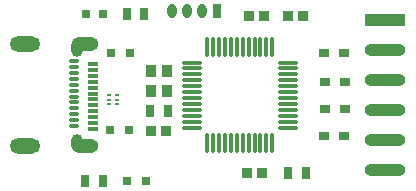
<source format=gbr>
G04*
G04 #@! TF.GenerationSoftware,Altium Limited,Altium Designer,23.1.1 (15)*
G04*
G04 Layer_Color=255*
%FSLAX25Y25*%
%MOIN*%
G70*
G04*
G04 #@! TF.SameCoordinates,1495F0C7-D67D-4403-963C-54D1E027F531*
G04*
G04*
G04 #@! TF.FilePolarity,Positive*
G04*
G01*
G75*
%ADD17O,0.13780X0.04016*%
%ADD18R,0.13780X0.04016*%
%ADD19R,0.03150X0.03150*%
%ADD20R,0.03150X0.03937*%
G04:AMPARAMS|DCode=21|XSize=7.87mil|YSize=16.54mil|CornerRadius=1.97mil|HoleSize=0mil|Usage=FLASHONLY|Rotation=270.000|XOffset=0mil|YOffset=0mil|HoleType=Round|Shape=RoundedRectangle|*
%AMROUNDEDRECTD21*
21,1,0.00787,0.01260,0,0,270.0*
21,1,0.00394,0.01654,0,0,270.0*
1,1,0.00394,-0.00630,-0.00197*
1,1,0.00394,-0.00630,0.00197*
1,1,0.00394,0.00630,0.00197*
1,1,0.00394,0.00630,-0.00197*
%
%ADD21ROUNDEDRECTD21*%
%ADD22R,0.03543X0.04134*%
G04:AMPARAMS|DCode=23|XSize=10.63mil|YSize=35.43mil|CornerRadius=1.33mil|HoleSize=0mil|Usage=FLASHONLY|Rotation=270.000|XOffset=0mil|YOffset=0mil|HoleType=Round|Shape=RoundedRectangle|*
%AMROUNDEDRECTD23*
21,1,0.01063,0.03278,0,0,270.0*
21,1,0.00797,0.03543,0,0,270.0*
1,1,0.00266,-0.01639,-0.00399*
1,1,0.00266,-0.01639,0.00399*
1,1,0.00266,0.01639,0.00399*
1,1,0.00266,0.01639,-0.00399*
%
%ADD23ROUNDEDRECTD23*%
G04:AMPARAMS|DCode=24|XSize=10.63mil|YSize=31.5mil|CornerRadius=1.33mil|HoleSize=0mil|Usage=FLASHONLY|Rotation=270.000|XOffset=0mil|YOffset=0mil|HoleType=Round|Shape=RoundedRectangle|*
%AMROUNDEDRECTD24*
21,1,0.01063,0.02884,0,0,270.0*
21,1,0.00797,0.03150,0,0,270.0*
1,1,0.00266,-0.01442,-0.00399*
1,1,0.00266,-0.01442,0.00399*
1,1,0.00266,0.01442,0.00399*
1,1,0.00266,0.01442,-0.00399*
%
%ADD24ROUNDEDRECTD24*%
%ADD25R,0.03100X0.03100*%
%ADD26R,0.03740X0.03740*%
%ADD27R,0.03543X0.03150*%
%ADD28O,0.01100X0.07087*%
%ADD29O,0.07087X0.01100*%
%ADD49O,0.09055X0.04724*%
%ADD50O,0.03937X0.05906*%
%ADD51O,0.10236X0.05118*%
%ADD52O,0.03150X0.04724*%
%ADD53R,0.03150X0.04724*%
D17*
X500500Y314000D02*
D03*
Y334000D02*
D03*
Y344000D02*
D03*
Y324000D02*
D03*
Y304000D02*
D03*
D18*
Y354000D02*
D03*
D19*
X420748Y300500D02*
D03*
X414252D02*
D03*
X408850Y317500D02*
D03*
X415150D02*
D03*
X415500Y343000D02*
D03*
X409201D02*
D03*
D20*
X406469Y300500D02*
D03*
X400563D02*
D03*
X422047Y323699D02*
D03*
X427953D02*
D03*
X414258Y356000D02*
D03*
X420164D02*
D03*
X468000Y303000D02*
D03*
X473906D02*
D03*
D21*
X411000Y325925D02*
D03*
Y327500D02*
D03*
Y329075D02*
D03*
X408441Y325925D02*
D03*
Y327500D02*
D03*
Y329075D02*
D03*
D22*
X422244Y330399D02*
D03*
X427756D02*
D03*
X422244Y337000D02*
D03*
X427756D02*
D03*
D23*
X403130Y317681D02*
D03*
Y319650D02*
D03*
Y321618D02*
D03*
Y323587D02*
D03*
Y325555D02*
D03*
Y327524D02*
D03*
Y329492D02*
D03*
Y331461D02*
D03*
Y333429D02*
D03*
Y335398D02*
D03*
Y337366D02*
D03*
Y339335D02*
D03*
D24*
X396831Y340319D02*
D03*
Y338350D02*
D03*
Y336382D02*
D03*
Y334413D02*
D03*
Y332445D02*
D03*
Y330476D02*
D03*
Y328508D02*
D03*
Y326539D02*
D03*
Y324571D02*
D03*
Y322602D02*
D03*
Y320634D02*
D03*
Y318665D02*
D03*
D25*
X400600Y356000D02*
D03*
X406500D02*
D03*
D26*
X468039Y355500D02*
D03*
X472961D02*
D03*
X459961D02*
D03*
X455039D02*
D03*
X427461Y317000D02*
D03*
X459413Y303000D02*
D03*
X422539Y317000D02*
D03*
X454492Y303000D02*
D03*
D27*
X480154Y315500D02*
D03*
X486846D02*
D03*
X480307Y324500D02*
D03*
X487000D02*
D03*
Y333500D02*
D03*
X480307D02*
D03*
X486846Y343000D02*
D03*
X480154D02*
D03*
D28*
X441173Y312955D02*
D03*
X443142D02*
D03*
X445110D02*
D03*
X447079D02*
D03*
X449047D02*
D03*
X451016D02*
D03*
X452984D02*
D03*
X454953D02*
D03*
X456921D02*
D03*
X458890D02*
D03*
X460858D02*
D03*
X462827D02*
D03*
Y345045D02*
D03*
X460858D02*
D03*
X458890D02*
D03*
X456921D02*
D03*
X454953D02*
D03*
X452984D02*
D03*
X451016D02*
D03*
X449047D02*
D03*
X447079D02*
D03*
X445110D02*
D03*
X443142D02*
D03*
X441173D02*
D03*
D29*
X468045Y318173D02*
D03*
Y320142D02*
D03*
Y322110D02*
D03*
Y324079D02*
D03*
Y326047D02*
D03*
Y328016D02*
D03*
Y329984D02*
D03*
Y331953D02*
D03*
Y333921D02*
D03*
Y335890D02*
D03*
Y337858D02*
D03*
Y339827D02*
D03*
X435955D02*
D03*
Y337858D02*
D03*
Y335890D02*
D03*
Y333921D02*
D03*
Y331953D02*
D03*
Y329984D02*
D03*
Y328016D02*
D03*
Y326047D02*
D03*
Y324079D02*
D03*
Y322110D02*
D03*
Y320142D02*
D03*
Y318173D02*
D03*
D49*
X400374Y346008D02*
D03*
Y311992D02*
D03*
D50*
X397815Y313173D02*
D03*
Y344827D02*
D03*
D51*
X380492Y346008D02*
D03*
Y311992D02*
D03*
D52*
X429500Y357000D02*
D03*
X434500D02*
D03*
X439500D02*
D03*
D53*
X444500D02*
D03*
M02*

</source>
